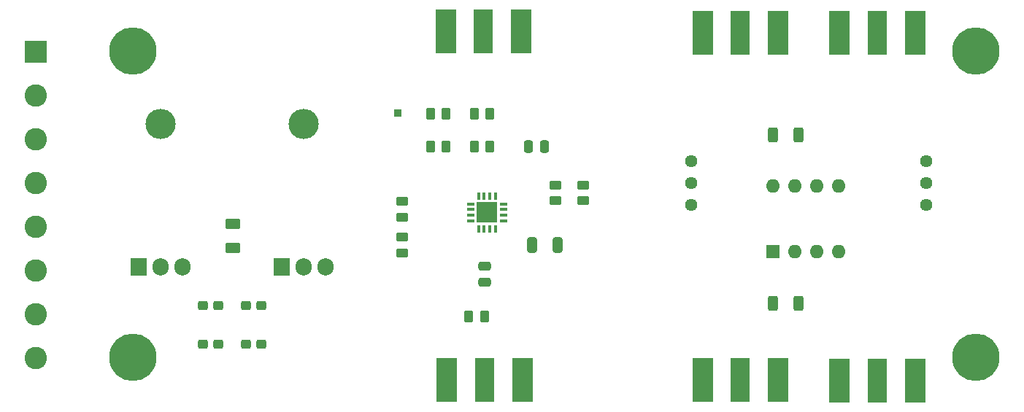
<source format=gbr>
%TF.GenerationSoftware,KiCad,Pcbnew,7.0.5*%
%TF.CreationDate,2023-07-10T11:24:46-06:00*%
%TF.ProjectId,S_Tele,535f5465-6c65-42e6-9b69-6361645f7063,rev?*%
%TF.SameCoordinates,Original*%
%TF.FileFunction,Soldermask,Top*%
%TF.FilePolarity,Negative*%
%FSLAX46Y46*%
G04 Gerber Fmt 4.6, Leading zero omitted, Abs format (unit mm)*
G04 Created by KiCad (PCBNEW 7.0.5) date 2023-07-10 11:24:46*
%MOMM*%
%LPD*%
G01*
G04 APERTURE LIST*
G04 Aperture macros list*
%AMRoundRect*
0 Rectangle with rounded corners*
0 $1 Rounding radius*
0 $2 $3 $4 $5 $6 $7 $8 $9 X,Y pos of 4 corners*
0 Add a 4 corners polygon primitive as box body*
4,1,4,$2,$3,$4,$5,$6,$7,$8,$9,$2,$3,0*
0 Add four circle primitives for the rounded corners*
1,1,$1+$1,$2,$3*
1,1,$1+$1,$4,$5*
1,1,$1+$1,$6,$7*
1,1,$1+$1,$8,$9*
0 Add four rect primitives between the rounded corners*
20,1,$1+$1,$2,$3,$4,$5,0*
20,1,$1+$1,$4,$5,$6,$7,0*
20,1,$1+$1,$6,$7,$8,$9,0*
20,1,$1+$1,$8,$9,$2,$3,0*%
G04 Aperture macros list end*
%ADD10RoundRect,0.250000X-0.262500X-0.450000X0.262500X-0.450000X0.262500X0.450000X-0.262500X0.450000X0*%
%ADD11RoundRect,0.250000X-0.312500X-0.275000X0.312500X-0.275000X0.312500X0.275000X-0.312500X0.275000X0*%
%ADD12RoundRect,0.250000X0.262500X0.450000X-0.262500X0.450000X-0.262500X-0.450000X0.262500X-0.450000X0*%
%ADD13RoundRect,0.250000X0.625000X-0.375000X0.625000X0.375000X-0.625000X0.375000X-0.625000X-0.375000X0*%
%ADD14R,2.290000X5.080000*%
%ADD15R,2.420000X5.080000*%
%ADD16RoundRect,0.250000X0.312500X0.625000X-0.312500X0.625000X-0.312500X-0.625000X0.312500X-0.625000X0*%
%ADD17C,5.500000*%
%ADD18RoundRect,0.250000X-0.450000X0.262500X-0.450000X-0.262500X0.450000X-0.262500X0.450000X0.262500X0*%
%ADD19R,0.899999X0.300000*%
%ADD20R,0.300000X0.899999*%
%ADD21R,2.350000X2.350000*%
%ADD22RoundRect,0.250000X0.325000X0.650000X-0.325000X0.650000X-0.325000X-0.650000X0.325000X-0.650000X0*%
%ADD23RoundRect,0.250000X0.312500X0.275000X-0.312500X0.275000X-0.312500X-0.275000X0.312500X-0.275000X0*%
%ADD24R,0.850000X0.850000*%
%ADD25O,3.500000X3.500000*%
%ADD26R,1.905000X2.000000*%
%ADD27O,1.905000X2.000000*%
%ADD28RoundRect,0.250000X0.450000X-0.262500X0.450000X0.262500X-0.450000X0.262500X-0.450000X-0.262500X0*%
%ADD29RoundRect,0.250000X0.475000X-0.250000X0.475000X0.250000X-0.475000X0.250000X-0.475000X-0.250000X0*%
%ADD30RoundRect,0.250000X-0.250000X-0.475000X0.250000X-0.475000X0.250000X0.475000X-0.250000X0.475000X0*%
%ADD31R,1.600000X1.600000*%
%ADD32O,1.600000X1.600000*%
%ADD33C,1.440000*%
%ADD34R,2.600000X2.600000*%
%ADD35C,2.600000*%
G04 APERTURE END LIST*
D10*
%TO.C,R2*%
X128223000Y-89884250D03*
X130048000Y-89884250D03*
%TD*%
D11*
%TO.C,C4*%
X101855500Y-108362750D03*
X103630500Y-108362750D03*
%TD*%
D12*
%TO.C,R1*%
X135128000Y-86074250D03*
X133303000Y-86074250D03*
%TD*%
D13*
%TO.C,D1*%
X105283000Y-101637750D03*
X105283000Y-98837750D03*
%TD*%
D11*
%TO.C,C1*%
X101855500Y-112807750D03*
X103630500Y-112807750D03*
%TD*%
D12*
%TO.C,R3*%
X134493000Y-109569250D03*
X132668000Y-109569250D03*
%TD*%
D14*
%TO.C,J5*%
X164173200Y-76615850D03*
D15*
X168553200Y-76615850D03*
X159793200Y-76615850D03*
%TD*%
D16*
%TO.C,Rf2*%
X170894200Y-88474350D03*
X167969200Y-88474350D03*
%TD*%
D17*
%TO.C,REF\u002A\u002A*%
X93726000Y-78740000D03*
%TD*%
D18*
%TO.C,R10*%
X124968000Y-96234250D03*
X124968000Y-98059250D03*
%TD*%
D10*
%TO.C,R6*%
X133303000Y-89884250D03*
X135128000Y-89884250D03*
%TD*%
D14*
%TO.C,J3*%
X134493000Y-116929250D03*
D15*
X130113000Y-116929250D03*
X138873000Y-116929250D03*
%TD*%
D19*
%TO.C,U3*%
X136688000Y-98474248D03*
X136688000Y-97824250D03*
X136688000Y-97174248D03*
X136688000Y-96524250D03*
D20*
X135763000Y-95599250D03*
X135113002Y-95599250D03*
X134463000Y-95599250D03*
X133813002Y-95599250D03*
D19*
X132888002Y-96524250D03*
X132888002Y-97174248D03*
X132888002Y-97824250D03*
X132888002Y-98474248D03*
D20*
X133813002Y-99399248D03*
X134463000Y-99399248D03*
X135113002Y-99399248D03*
X135763000Y-99399248D03*
D21*
X134788001Y-97499249D03*
%TD*%
D14*
%TO.C,J4*%
X134366000Y-76523500D03*
D15*
X138746000Y-76523500D03*
X129986000Y-76523500D03*
%TD*%
D22*
%TO.C,C12*%
X142953000Y-101314250D03*
X140003000Y-101314250D03*
%TD*%
D23*
%TO.C,C2*%
X108633000Y-108362750D03*
X106858000Y-108362750D03*
%TD*%
D18*
%TO.C,R11*%
X124968000Y-100401750D03*
X124968000Y-102226750D03*
%TD*%
D24*
%TO.C,J2*%
X124460000Y-86010750D03*
%TD*%
D17*
%TO.C,REF\u002A\u002A*%
X191516000Y-78740000D03*
%TD*%
D25*
%TO.C,U1*%
X96908000Y-87216750D03*
D26*
X94368000Y-103876750D03*
D27*
X96908000Y-103876750D03*
X99448000Y-103876750D03*
%TD*%
D17*
%TO.C,REF\u002A\u002A*%
X93726000Y-114300000D03*
%TD*%
%TO.C,REF\u002A\u002A*%
X191516000Y-114300000D03*
%TD*%
D28*
%TO.C,R9*%
X142748000Y-96154250D03*
X142748000Y-94329250D03*
%TD*%
D25*
%TO.C,U2*%
X113538000Y-87216750D03*
D26*
X110998000Y-103876750D03*
D27*
X113538000Y-103876750D03*
X116078000Y-103876750D03*
%TD*%
D29*
%TO.C,C10*%
X134493000Y-105644250D03*
X134493000Y-103744250D03*
%TD*%
D30*
%TO.C,C9*%
X139573000Y-89884250D03*
X141473000Y-89884250D03*
%TD*%
D14*
%TO.C,J6*%
X164173400Y-116929400D03*
D15*
X159793400Y-116929400D03*
X168553400Y-116929400D03*
%TD*%
D12*
%TO.C,R15*%
X130048000Y-86074250D03*
X128223000Y-86074250D03*
%TD*%
D28*
%TO.C,R12*%
X145923000Y-96154250D03*
X145923000Y-94329250D03*
%TD*%
D31*
%TO.C,U4*%
X167979200Y-102053350D03*
D32*
X170519200Y-102053350D03*
X173059200Y-102053350D03*
X175599200Y-102053350D03*
X175599200Y-94433350D03*
X173059200Y-94433350D03*
X170519200Y-94433350D03*
X167979200Y-94433350D03*
%TD*%
D23*
%TO.C,C3*%
X108633000Y-112807750D03*
X106858000Y-112807750D03*
%TD*%
D33*
%TO.C,R_pot2*%
X185749200Y-91585850D03*
X185749200Y-94125850D03*
X185749200Y-96665850D03*
%TD*%
D14*
%TO.C,J8*%
X180048400Y-117004400D03*
D15*
X175668400Y-117004400D03*
X184428400Y-117004400D03*
%TD*%
D16*
%TO.C,Rf1*%
X170904200Y-108032350D03*
X167979200Y-108032350D03*
%TD*%
D34*
%TO.C,J1*%
X82423000Y-78898750D03*
D35*
X82423000Y-83978750D03*
X82423000Y-89058750D03*
X82423000Y-94138750D03*
X82423000Y-99218750D03*
X82423000Y-104298750D03*
X82423000Y-109378750D03*
X82423000Y-114458750D03*
%TD*%
D14*
%TO.C,J7*%
X180048200Y-76615850D03*
D15*
X184428200Y-76615850D03*
X175668200Y-76615850D03*
%TD*%
D33*
%TO.C,R_pot1*%
X158444200Y-91585850D03*
X158444200Y-94125850D03*
X158444200Y-96665850D03*
%TD*%
M02*

</source>
